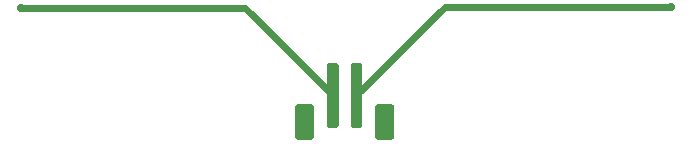
<source format=gbr>
G04 #@! TF.GenerationSoftware,KiCad,Pcbnew,(5.1.5)-3*
G04 #@! TF.CreationDate,2021-10-24T21:58:03+02:00*
G04 #@! TF.ProjectId,seg1,73656731-2e6b-4696-9361-645f70636258,1*
G04 #@! TF.SameCoordinates,Original*
G04 #@! TF.FileFunction,Copper,L2,Bot*
G04 #@! TF.FilePolarity,Positive*
%FSLAX46Y46*%
G04 Gerber Fmt 4.6, Leading zero omitted, Abs format (unit mm)*
G04 Created by KiCad (PCBNEW (5.1.5)-3) date 2021-10-24 21:58:03*
%MOMM*%
%LPD*%
G04 APERTURE LIST*
%ADD10C,0.152400*%
%ADD11C,0.700000*%
%ADD12C,0.600000*%
G04 APERTURE END LIST*
G04 #@! TA.AperFunction,SMDPad,CuDef*
D10*
G36*
X144474504Y-88151204D02*
G01*
X144498773Y-88154804D01*
X144522571Y-88160765D01*
X144545671Y-88169030D01*
X144567849Y-88179520D01*
X144588893Y-88192133D01*
X144608598Y-88206747D01*
X144626777Y-88223223D01*
X144643253Y-88241402D01*
X144657867Y-88261107D01*
X144670480Y-88282151D01*
X144680970Y-88304329D01*
X144689235Y-88327429D01*
X144695196Y-88351227D01*
X144698796Y-88375496D01*
X144700000Y-88400000D01*
X144700000Y-90900000D01*
X144698796Y-90924504D01*
X144695196Y-90948773D01*
X144689235Y-90972571D01*
X144680970Y-90995671D01*
X144670480Y-91017849D01*
X144657867Y-91038893D01*
X144643253Y-91058598D01*
X144626777Y-91076777D01*
X144608598Y-91093253D01*
X144588893Y-91107867D01*
X144567849Y-91120480D01*
X144545671Y-91130970D01*
X144522571Y-91139235D01*
X144498773Y-91145196D01*
X144474504Y-91148796D01*
X144450000Y-91150000D01*
X143350000Y-91150000D01*
X143325496Y-91148796D01*
X143301227Y-91145196D01*
X143277429Y-91139235D01*
X143254329Y-91130970D01*
X143232151Y-91120480D01*
X143211107Y-91107867D01*
X143191402Y-91093253D01*
X143173223Y-91076777D01*
X143156747Y-91058598D01*
X143142133Y-91038893D01*
X143129520Y-91017849D01*
X143119030Y-90995671D01*
X143110765Y-90972571D01*
X143104804Y-90948773D01*
X143101204Y-90924504D01*
X143100000Y-90900000D01*
X143100000Y-88400000D01*
X143101204Y-88375496D01*
X143104804Y-88351227D01*
X143110765Y-88327429D01*
X143119030Y-88304329D01*
X143129520Y-88282151D01*
X143142133Y-88261107D01*
X143156747Y-88241402D01*
X143173223Y-88223223D01*
X143191402Y-88206747D01*
X143211107Y-88192133D01*
X143232151Y-88179520D01*
X143254329Y-88169030D01*
X143277429Y-88160765D01*
X143301227Y-88154804D01*
X143325496Y-88151204D01*
X143350000Y-88150000D01*
X144450000Y-88150000D01*
X144474504Y-88151204D01*
G37*
G04 #@! TD.AperFunction*
G04 #@! TA.AperFunction,SMDPad,CuDef*
G36*
X137674504Y-88151204D02*
G01*
X137698773Y-88154804D01*
X137722571Y-88160765D01*
X137745671Y-88169030D01*
X137767849Y-88179520D01*
X137788893Y-88192133D01*
X137808598Y-88206747D01*
X137826777Y-88223223D01*
X137843253Y-88241402D01*
X137857867Y-88261107D01*
X137870480Y-88282151D01*
X137880970Y-88304329D01*
X137889235Y-88327429D01*
X137895196Y-88351227D01*
X137898796Y-88375496D01*
X137900000Y-88400000D01*
X137900000Y-90900000D01*
X137898796Y-90924504D01*
X137895196Y-90948773D01*
X137889235Y-90972571D01*
X137880970Y-90995671D01*
X137870480Y-91017849D01*
X137857867Y-91038893D01*
X137843253Y-91058598D01*
X137826777Y-91076777D01*
X137808598Y-91093253D01*
X137788893Y-91107867D01*
X137767849Y-91120480D01*
X137745671Y-91130970D01*
X137722571Y-91139235D01*
X137698773Y-91145196D01*
X137674504Y-91148796D01*
X137650000Y-91150000D01*
X136550000Y-91150000D01*
X136525496Y-91148796D01*
X136501227Y-91145196D01*
X136477429Y-91139235D01*
X136454329Y-91130970D01*
X136432151Y-91120480D01*
X136411107Y-91107867D01*
X136391402Y-91093253D01*
X136373223Y-91076777D01*
X136356747Y-91058598D01*
X136342133Y-91038893D01*
X136329520Y-91017849D01*
X136319030Y-90995671D01*
X136310765Y-90972571D01*
X136304804Y-90948773D01*
X136301204Y-90924504D01*
X136300000Y-90900000D01*
X136300000Y-88400000D01*
X136301204Y-88375496D01*
X136304804Y-88351227D01*
X136310765Y-88327429D01*
X136319030Y-88304329D01*
X136329520Y-88282151D01*
X136342133Y-88261107D01*
X136356747Y-88241402D01*
X136373223Y-88223223D01*
X136391402Y-88206747D01*
X136411107Y-88192133D01*
X136432151Y-88179520D01*
X136454329Y-88169030D01*
X136477429Y-88160765D01*
X136501227Y-88154804D01*
X136525496Y-88151204D01*
X136550000Y-88150000D01*
X137650000Y-88150000D01*
X137674504Y-88151204D01*
G37*
G04 #@! TD.AperFunction*
G04 #@! TA.AperFunction,SMDPad,CuDef*
G36*
X141774504Y-84651204D02*
G01*
X141798773Y-84654804D01*
X141822571Y-84660765D01*
X141845671Y-84669030D01*
X141867849Y-84679520D01*
X141888893Y-84692133D01*
X141908598Y-84706747D01*
X141926777Y-84723223D01*
X141943253Y-84741402D01*
X141957867Y-84761107D01*
X141970480Y-84782151D01*
X141980970Y-84804329D01*
X141989235Y-84827429D01*
X141995196Y-84851227D01*
X141998796Y-84875496D01*
X142000000Y-84900000D01*
X142000000Y-89900000D01*
X141998796Y-89924504D01*
X141995196Y-89948773D01*
X141989235Y-89972571D01*
X141980970Y-89995671D01*
X141970480Y-90017849D01*
X141957867Y-90038893D01*
X141943253Y-90058598D01*
X141926777Y-90076777D01*
X141908598Y-90093253D01*
X141888893Y-90107867D01*
X141867849Y-90120480D01*
X141845671Y-90130970D01*
X141822571Y-90139235D01*
X141798773Y-90145196D01*
X141774504Y-90148796D01*
X141750000Y-90150000D01*
X141250000Y-90150000D01*
X141225496Y-90148796D01*
X141201227Y-90145196D01*
X141177429Y-90139235D01*
X141154329Y-90130970D01*
X141132151Y-90120480D01*
X141111107Y-90107867D01*
X141091402Y-90093253D01*
X141073223Y-90076777D01*
X141056747Y-90058598D01*
X141042133Y-90038893D01*
X141029520Y-90017849D01*
X141019030Y-89995671D01*
X141010765Y-89972571D01*
X141004804Y-89948773D01*
X141001204Y-89924504D01*
X141000000Y-89900000D01*
X141000000Y-84900000D01*
X141001204Y-84875496D01*
X141004804Y-84851227D01*
X141010765Y-84827429D01*
X141019030Y-84804329D01*
X141029520Y-84782151D01*
X141042133Y-84761107D01*
X141056747Y-84741402D01*
X141073223Y-84723223D01*
X141091402Y-84706747D01*
X141111107Y-84692133D01*
X141132151Y-84679520D01*
X141154329Y-84669030D01*
X141177429Y-84660765D01*
X141201227Y-84654804D01*
X141225496Y-84651204D01*
X141250000Y-84650000D01*
X141750000Y-84650000D01*
X141774504Y-84651204D01*
G37*
G04 #@! TD.AperFunction*
G04 #@! TA.AperFunction,SMDPad,CuDef*
G36*
X139774504Y-84651204D02*
G01*
X139798773Y-84654804D01*
X139822571Y-84660765D01*
X139845671Y-84669030D01*
X139867849Y-84679520D01*
X139888893Y-84692133D01*
X139908598Y-84706747D01*
X139926777Y-84723223D01*
X139943253Y-84741402D01*
X139957867Y-84761107D01*
X139970480Y-84782151D01*
X139980970Y-84804329D01*
X139989235Y-84827429D01*
X139995196Y-84851227D01*
X139998796Y-84875496D01*
X140000000Y-84900000D01*
X140000000Y-89900000D01*
X139998796Y-89924504D01*
X139995196Y-89948773D01*
X139989235Y-89972571D01*
X139980970Y-89995671D01*
X139970480Y-90017849D01*
X139957867Y-90038893D01*
X139943253Y-90058598D01*
X139926777Y-90076777D01*
X139908598Y-90093253D01*
X139888893Y-90107867D01*
X139867849Y-90120480D01*
X139845671Y-90130970D01*
X139822571Y-90139235D01*
X139798773Y-90145196D01*
X139774504Y-90148796D01*
X139750000Y-90150000D01*
X139250000Y-90150000D01*
X139225496Y-90148796D01*
X139201227Y-90145196D01*
X139177429Y-90139235D01*
X139154329Y-90130970D01*
X139132151Y-90120480D01*
X139111107Y-90107867D01*
X139091402Y-90093253D01*
X139073223Y-90076777D01*
X139056747Y-90058598D01*
X139042133Y-90038893D01*
X139029520Y-90017849D01*
X139019030Y-89995671D01*
X139010765Y-89972571D01*
X139004804Y-89948773D01*
X139001204Y-89924504D01*
X139000000Y-89900000D01*
X139000000Y-84900000D01*
X139001204Y-84875496D01*
X139004804Y-84851227D01*
X139010765Y-84827429D01*
X139019030Y-84804329D01*
X139029520Y-84782151D01*
X139042133Y-84761107D01*
X139056747Y-84741402D01*
X139073223Y-84723223D01*
X139091402Y-84706747D01*
X139111107Y-84692133D01*
X139132151Y-84679520D01*
X139154329Y-84669030D01*
X139177429Y-84660765D01*
X139201227Y-84654804D01*
X139225496Y-84651204D01*
X139250000Y-84650000D01*
X139750000Y-84650000D01*
X139774504Y-84651204D01*
G37*
G04 #@! TD.AperFunction*
D11*
X113063866Y-79973715D03*
X168105102Y-79926437D03*
D12*
X141500000Y-87400000D02*
X148973563Y-79926437D01*
X132073715Y-79973715D02*
X113063866Y-79973715D01*
X139500000Y-87400000D02*
X132073715Y-79973715D01*
X148973563Y-79926437D02*
X168105102Y-79926437D01*
M02*

</source>
